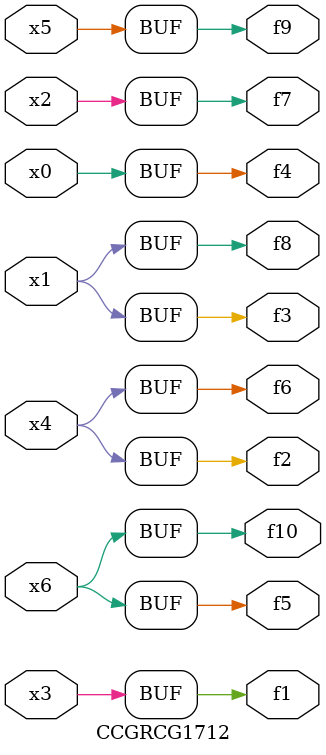
<source format=v>
module CCGRCG1712(
	input x0, x1, x2, x3, x4, x5, x6,
	output f1, f2, f3, f4, f5, f6, f7, f8, f9, f10
);
	assign f1 = x3;
	assign f2 = x4;
	assign f3 = x1;
	assign f4 = x0;
	assign f5 = x6;
	assign f6 = x4;
	assign f7 = x2;
	assign f8 = x1;
	assign f9 = x5;
	assign f10 = x6;
endmodule

</source>
